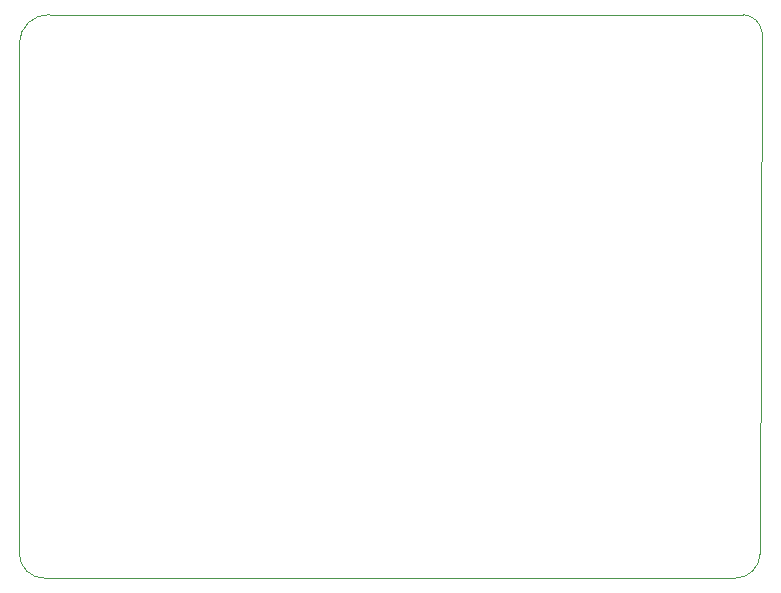
<source format=gbr>
%TF.GenerationSoftware,KiCad,Pcbnew,7.0.9*%
%TF.CreationDate,2024-01-06T14:55:19-06:00*%
%TF.ProjectId,Capsense_v2,43617073-656e-4736-955f-76322e6b6963,rev?*%
%TF.SameCoordinates,Original*%
%TF.FileFunction,Profile,NP*%
%FSLAX46Y46*%
G04 Gerber Fmt 4.6, Leading zero omitted, Abs format (unit mm)*
G04 Created by KiCad (PCBNEW 7.0.9) date 2024-01-06 14:55:19*
%MOMM*%
%LPD*%
G01*
G04 APERTURE LIST*
%TA.AperFunction,Profile*%
%ADD10C,0.100000*%
%TD*%
G04 APERTURE END LIST*
D10*
X108400000Y-52800000D02*
X108400000Y-55500000D01*
X108400032Y-96000000D02*
G75*
G03*
X110597441Y-98124354I2125568J0D01*
G01*
X110597441Y-98124354D02*
X169007780Y-98128240D01*
X169700000Y-50400000D02*
X111000000Y-50400000D01*
X171126059Y-96096639D02*
X171289788Y-51888777D01*
X169007780Y-98128240D02*
G75*
G03*
X171126059Y-96096639I-7780J2128240D01*
G01*
X111000000Y-50400000D02*
G75*
G03*
X108400000Y-52800000I-100000J-2500000D01*
G01*
X171289787Y-51888777D02*
G75*
G03*
X169700000Y-50400002I-1689787J-211223D01*
G01*
X108400000Y-55500000D02*
X108400000Y-96000000D01*
M02*

</source>
